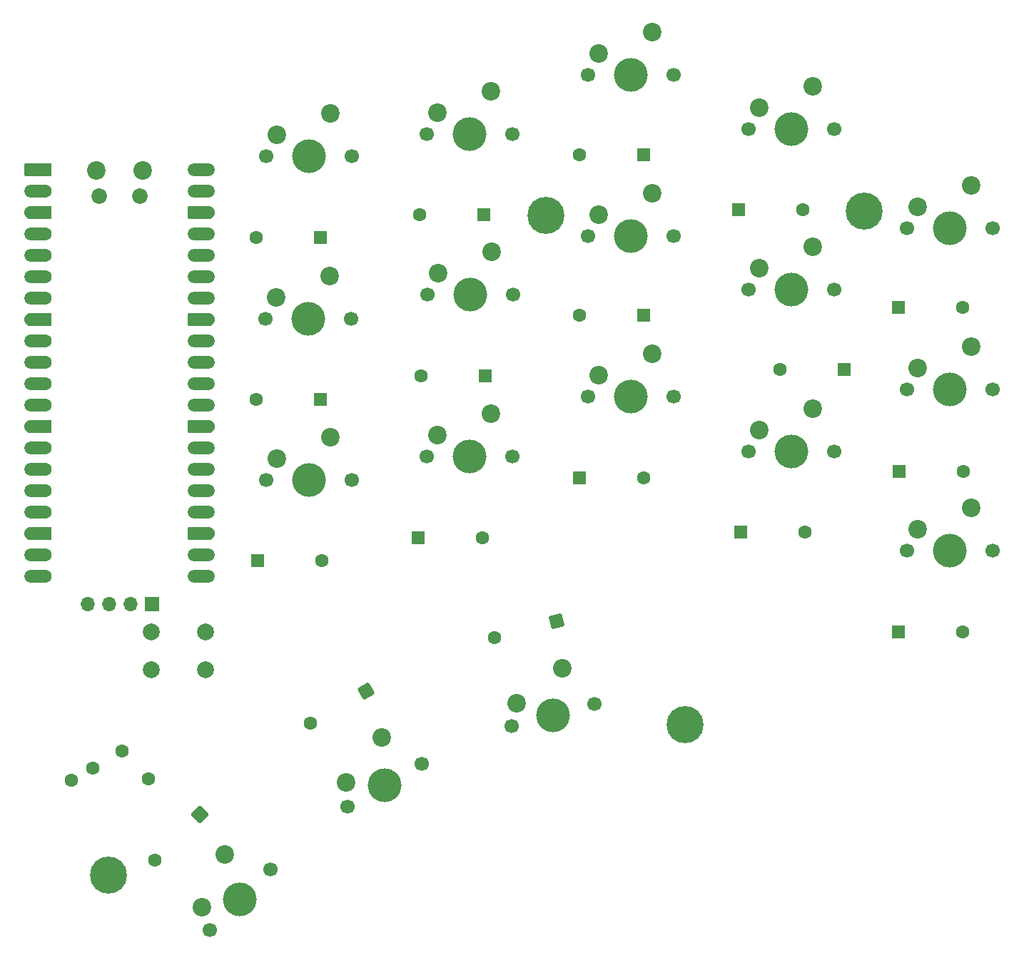
<source format=gbr>
%TF.GenerationSoftware,KiCad,Pcbnew,9.0.2-9.0.2-0~ubuntu24.04.1*%
%TF.CreationDate,2025-07-03T20:15:33-04:00*%
%TF.ProjectId,custom_Hackboard,63757374-6f6d-45f4-9861-636b626f6172,rev?*%
%TF.SameCoordinates,Original*%
%TF.FileFunction,Soldermask,Top*%
%TF.FilePolarity,Negative*%
%FSLAX46Y46*%
G04 Gerber Fmt 4.6, Leading zero omitted, Abs format (unit mm)*
G04 Created by KiCad (PCBNEW 9.0.2-9.0.2-0~ubuntu24.04.1) date 2025-07-03 20:15:33*
%MOMM*%
%LPD*%
G01*
G04 APERTURE LIST*
G04 Aperture macros list*
%AMRoundRect*
0 Rectangle with rounded corners*
0 $1 Rounding radius*
0 $2 $3 $4 $5 $6 $7 $8 $9 X,Y pos of 4 corners*
0 Add a 4 corners polygon primitive as box body*
4,1,4,$2,$3,$4,$5,$6,$7,$8,$9,$2,$3,0*
0 Add four circle primitives for the rounded corners*
1,1,$1+$1,$2,$3*
1,1,$1+$1,$4,$5*
1,1,$1+$1,$6,$7*
1,1,$1+$1,$8,$9*
0 Add four rect primitives between the rounded corners*
20,1,$1+$1,$2,$3,$4,$5,0*
20,1,$1+$1,$4,$5,$6,$7,0*
20,1,$1+$1,$6,$7,$8,$9,0*
20,1,$1+$1,$8,$9,$2,$3,0*%
%AMFreePoly0*
4,1,37,0.800000,0.796148,0.878414,0.796148,1.032228,0.765552,1.177117,0.705537,1.307515,0.618408,1.418408,0.507515,1.505537,0.377117,1.565552,0.232228,1.596148,0.078414,1.596148,-0.078414,1.565552,-0.232228,1.505537,-0.377117,1.418408,-0.507515,1.307515,-0.618408,1.177117,-0.705537,1.032228,-0.765552,0.878414,-0.796148,0.800000,-0.796148,0.800000,-0.800000,-1.400000,-0.800000,
-1.403843,-0.796157,-1.439018,-0.796157,-1.511114,-0.766294,-1.566294,-0.711114,-1.596157,-0.639018,-1.596157,-0.603843,-1.600000,-0.600000,-1.600000,0.600000,-1.596157,0.603843,-1.596157,0.639018,-1.566294,0.711114,-1.511114,0.766294,-1.439018,0.796157,-1.403843,0.796157,-1.400000,0.800000,0.800000,0.800000,0.800000,0.796148,0.800000,0.796148,$1*%
%AMFreePoly1*
4,1,37,1.403843,0.796157,1.439018,0.796157,1.511114,0.766294,1.566294,0.711114,1.596157,0.639018,1.596157,0.603843,1.600000,0.600000,1.600000,-0.600000,1.596157,-0.603843,1.596157,-0.639018,1.566294,-0.711114,1.511114,-0.766294,1.439018,-0.796157,1.403843,-0.796157,1.400000,-0.800000,-0.800000,-0.800000,-0.800000,-0.796148,-0.878414,-0.796148,-1.032228,-0.765552,-1.177117,-0.705537,
-1.307515,-0.618408,-1.418408,-0.507515,-1.505537,-0.377117,-1.565552,-0.232228,-1.596148,-0.078414,-1.596148,0.078414,-1.565552,0.232228,-1.505537,0.377117,-1.418408,0.507515,-1.307515,0.618408,-1.177117,0.705537,-1.032228,0.765552,-0.878414,0.796148,-0.800000,0.796148,-0.800000,0.800000,1.400000,0.800000,1.403843,0.796157,1.403843,0.796157,$1*%
%AMFreePoly2*
4,1,37,0.603843,0.796157,0.639018,0.796157,0.711114,0.766294,0.766294,0.711114,0.796157,0.639018,0.796157,0.603843,0.800000,0.600000,0.800000,-0.600000,0.796157,-0.603843,0.796157,-0.639018,0.766294,-0.711114,0.711114,-0.766294,0.639018,-0.796157,0.603843,-0.796157,0.600000,-0.800000,0.000000,-0.800000,0.000000,-0.796148,-0.078414,-0.796148,-0.232228,-0.765552,-0.377117,-0.705537,
-0.507515,-0.618408,-0.618408,-0.507515,-0.705537,-0.377117,-0.765552,-0.232228,-0.796148,-0.078414,-0.796148,0.078414,-0.765552,0.232228,-0.705537,0.377117,-0.618408,0.507515,-0.507515,0.618408,-0.377117,0.705537,-0.232228,0.765552,-0.078414,0.796148,0.000000,0.796148,0.000000,0.800000,0.600000,0.800000,0.603843,0.796157,0.603843,0.796157,$1*%
%AMFreePoly3*
4,1,37,0.000000,0.796148,0.078414,0.796148,0.232228,0.765552,0.377117,0.705537,0.507515,0.618408,0.618408,0.507515,0.705537,0.377117,0.765552,0.232228,0.796148,0.078414,0.796148,-0.078414,0.765552,-0.232228,0.705537,-0.377117,0.618408,-0.507515,0.507515,-0.618408,0.377117,-0.705537,0.232228,-0.765552,0.078414,-0.796148,0.000000,-0.796148,0.000000,-0.800000,-0.600000,-0.800000,
-0.603843,-0.796157,-0.639018,-0.796157,-0.711114,-0.766294,-0.766294,-0.711114,-0.796157,-0.639018,-0.796157,-0.603843,-0.800000,-0.600000,-0.800000,0.600000,-0.796157,0.603843,-0.796157,0.639018,-0.766294,0.711114,-0.711114,0.766294,-0.639018,0.796157,-0.603843,0.796157,-0.600000,0.800000,0.000000,0.800000,0.000000,0.796148,0.000000,0.796148,$1*%
G04 Aperture macros list end*
%ADD10C,1.700000*%
%ADD11C,4.000000*%
%ADD12C,2.200000*%
%ADD13C,1.600000*%
%ADD14C,2.000000*%
%ADD15C,1.850000*%
%ADD16FreePoly0,0.000000*%
%ADD17RoundRect,0.200000X-0.600000X-0.600000X0.600000X-0.600000X0.600000X0.600000X-0.600000X0.600000X0*%
%ADD18RoundRect,0.800000X-0.800000X-0.000010X0.800000X-0.000010X0.800000X0.000010X-0.800000X0.000010X0*%
%ADD19FreePoly1,0.000000*%
%ADD20FreePoly2,0.000000*%
%ADD21FreePoly3,0.000000*%
%ADD22R,1.700000X1.700000*%
%ADD23O,1.700000X1.700000*%
%ADD24RoundRect,0.250000X0.550000X0.550000X-0.550000X0.550000X-0.550000X-0.550000X0.550000X-0.550000X0*%
%ADD25RoundRect,0.250000X-0.550000X-0.550000X0.550000X-0.550000X0.550000X0.550000X-0.550000X0.550000X0*%
%ADD26RoundRect,0.250000X0.000000X0.777817X-0.777817X0.000000X0.000000X-0.777817X0.777817X0.000000X0*%
%ADD27RoundRect,0.250000X0.201314X0.751314X-0.751314X0.201314X-0.201314X-0.751314X0.751314X-0.201314X0*%
%ADD28RoundRect,0.250000X0.388909X0.673610X-0.673610X0.388909X-0.388909X-0.673610X0.673610X-0.388909X0*%
%ADD29C,4.400000*%
G04 APERTURE END LIST*
D10*
%TO.C,SW13*%
X471500000Y-298300000D03*
D11*
X476580000Y-298300000D03*
D10*
X481660000Y-298300000D03*
D12*
X479120000Y-293220000D03*
X472770000Y-295760000D03*
%TD*%
D10*
%TO.C,SW7*%
X471420000Y-279100000D03*
D11*
X476500000Y-279100000D03*
D10*
X481580000Y-279100000D03*
D12*
X479040000Y-274020000D03*
X472690000Y-276560000D03*
%TD*%
D10*
%TO.C,SW4*%
X528680000Y-256580000D03*
D11*
X533760000Y-256580000D03*
D10*
X538840000Y-256580000D03*
D12*
X536300000Y-251500000D03*
X529950000Y-254040000D03*
%TD*%
D10*
%TO.C,SW17*%
X547490000Y-306630000D03*
D11*
X552570000Y-306630000D03*
D10*
X557650000Y-306630000D03*
D12*
X555110000Y-301550000D03*
X548760000Y-304090000D03*
%TD*%
D10*
%TO.C,SW9*%
X509680000Y-269280000D03*
D11*
X514760000Y-269280000D03*
D10*
X519840000Y-269280000D03*
D12*
X517300000Y-264200000D03*
X510950000Y-266740000D03*
%TD*%
D13*
%TO.C,U3*%
X448353531Y-333939700D03*
X450951607Y-332439700D03*
X454415709Y-330439700D03*
X457481734Y-333750212D03*
%TD*%
D10*
%TO.C,SW3*%
X509660000Y-250190000D03*
D11*
X514740000Y-250190000D03*
D10*
X519820000Y-250190000D03*
D12*
X517280000Y-245110000D03*
X510930000Y-247650000D03*
%TD*%
D10*
%TO.C,SW15*%
X509690000Y-288330000D03*
D11*
X514770000Y-288330000D03*
D10*
X519850000Y-288330000D03*
D12*
X517310000Y-283250000D03*
X510960000Y-285790000D03*
%TD*%
D10*
%TO.C,SW14*%
X490550000Y-295500000D03*
D11*
X495630000Y-295500000D03*
D10*
X500710000Y-295500000D03*
D12*
X498170000Y-290420000D03*
X491820000Y-292960000D03*
%TD*%
D10*
%TO.C,SW6*%
X464777949Y-351682156D03*
D11*
X468370051Y-348090054D03*
D10*
X471962154Y-344497951D03*
D12*
X466574000Y-342701900D03*
X463879923Y-348988079D03*
%TD*%
D14*
%TO.C,Reset*%
X457820000Y-316320000D03*
X464320000Y-316320000D03*
X457820000Y-320820000D03*
X464320000Y-320820000D03*
%TD*%
D10*
%TO.C,SW2*%
X490560000Y-257190000D03*
D11*
X495640000Y-257190000D03*
D10*
X500720000Y-257190000D03*
D12*
X498180000Y-252110000D03*
X491830000Y-254650000D03*
%TD*%
D10*
%TO.C,SW11*%
X547490000Y-287520000D03*
D11*
X552570000Y-287520000D03*
D10*
X557650000Y-287520000D03*
D12*
X555110000Y-282440000D03*
X548760000Y-284980000D03*
%TD*%
%TO.C,A1*%
X451365000Y-261540000D03*
D15*
X451665000Y-264570000D03*
X456515000Y-264570000D03*
D12*
X456815000Y-261540000D03*
D16*
X444400000Y-261410000D03*
D17*
X445200000Y-261410000D03*
D18*
X444400000Y-263950000D03*
D13*
X445200000Y-263950000D03*
D19*
X444400000Y-266490000D03*
D20*
X445200000Y-266490000D03*
D18*
X444400000Y-269030000D03*
D13*
X445200000Y-269030000D03*
D18*
X444400000Y-271570000D03*
D13*
X445200000Y-271570000D03*
D18*
X444400000Y-274110000D03*
D13*
X445200000Y-274110000D03*
D18*
X444400000Y-276650000D03*
D13*
X445200000Y-276650000D03*
D19*
X444400000Y-279190000D03*
D20*
X445200000Y-279190000D03*
D18*
X444400000Y-281730000D03*
D13*
X445200000Y-281730000D03*
D18*
X444400000Y-284270000D03*
D13*
X445200000Y-284270000D03*
D18*
X444400000Y-286810000D03*
D13*
X445200000Y-286810000D03*
D18*
X444400000Y-289350000D03*
D13*
X445200000Y-289350000D03*
D19*
X444400000Y-291890000D03*
D20*
X445200000Y-291890000D03*
D18*
X444400000Y-294430000D03*
D13*
X445200000Y-294430000D03*
D18*
X444400000Y-296970000D03*
D13*
X445200000Y-296970000D03*
D18*
X444400000Y-299510000D03*
D13*
X445200000Y-299510000D03*
D18*
X444400000Y-302050000D03*
D13*
X445200000Y-302050000D03*
D19*
X444400000Y-304590000D03*
D20*
X445200000Y-304590000D03*
D18*
X444400000Y-307130000D03*
D13*
X445200000Y-307130000D03*
D18*
X444400000Y-309670000D03*
D13*
X445200000Y-309670000D03*
X462980000Y-309670000D03*
D18*
X463780000Y-309670000D03*
D13*
X462980000Y-307130000D03*
D18*
X463780000Y-307130000D03*
D21*
X462980000Y-304590000D03*
D16*
X463780000Y-304590000D03*
D13*
X462980000Y-302050000D03*
D18*
X463780000Y-302050000D03*
D13*
X462980000Y-299510000D03*
D18*
X463780000Y-299510000D03*
D13*
X462980000Y-296970000D03*
D18*
X463780000Y-296970000D03*
D13*
X462980000Y-294430000D03*
D18*
X463780000Y-294430000D03*
D21*
X462980000Y-291890000D03*
D16*
X463780000Y-291890000D03*
D13*
X462980000Y-289350000D03*
D18*
X463780000Y-289350000D03*
D13*
X462980000Y-286810000D03*
D18*
X463780000Y-286810000D03*
D13*
X462980000Y-284270000D03*
D18*
X463780000Y-284270000D03*
D13*
X462980000Y-281730000D03*
D18*
X463780000Y-281730000D03*
D21*
X462980000Y-279190000D03*
D16*
X463780000Y-279190000D03*
D13*
X462980000Y-276650000D03*
D18*
X463780000Y-276650000D03*
D13*
X462980000Y-274110000D03*
D18*
X463780000Y-274110000D03*
D13*
X462980000Y-271570000D03*
D18*
X463780000Y-271570000D03*
D13*
X462980000Y-269030000D03*
D18*
X463780000Y-269030000D03*
D21*
X462980000Y-266490000D03*
D16*
X463780000Y-266490000D03*
D13*
X462980000Y-263950000D03*
D18*
X463780000Y-263950000D03*
D13*
X462980000Y-261410000D03*
D18*
X463780000Y-261410000D03*
%TD*%
D10*
%TO.C,SW1*%
X471470000Y-259800000D03*
D11*
X476550000Y-259800000D03*
D10*
X481630000Y-259800000D03*
D12*
X479090000Y-254720000D03*
X472740000Y-257260000D03*
%TD*%
D10*
%TO.C,SW5*%
X547500000Y-268380000D03*
D11*
X552580000Y-268380000D03*
D10*
X557660000Y-268380000D03*
D12*
X555120000Y-263300000D03*
X548770000Y-265840000D03*
%TD*%
D22*
%TO.C,J1*%
X457920000Y-312960000D03*
D23*
X455380000Y-312960000D03*
X452840000Y-312960000D03*
X450300000Y-312960000D03*
%TD*%
D10*
%TO.C,SW18*%
X500603146Y-327514804D03*
D11*
X505510049Y-326200004D03*
D10*
X510416952Y-324885203D03*
D12*
X506648700Y-320635700D03*
X501172471Y-324732653D03*
%TD*%
D10*
%TO.C,SW10*%
X528720000Y-275640000D03*
D11*
X533800000Y-275640000D03*
D10*
X538880000Y-275640000D03*
D12*
X536340000Y-270560000D03*
X529990000Y-273100000D03*
%TD*%
D10*
%TO.C,SW8*%
X490630000Y-276290000D03*
D11*
X495710000Y-276290000D03*
D10*
X500790000Y-276290000D03*
D12*
X498250000Y-271210000D03*
X491900000Y-273750000D03*
%TD*%
D10*
%TO.C,SW16*%
X528710000Y-294890000D03*
D11*
X533790000Y-294890000D03*
D10*
X538870000Y-294890000D03*
D12*
X536330000Y-289810000D03*
X529980000Y-292350000D03*
%TD*%
D10*
%TO.C,SW12*%
X481180586Y-337040009D03*
D11*
X485579995Y-334500009D03*
D10*
X489979405Y-331960009D03*
D12*
X485239700Y-328830600D03*
X481010439Y-334205305D03*
%TD*%
D24*
%TO.C,D11*%
X497510000Y-285890000D03*
D13*
X489890000Y-285890000D03*
%TD*%
D24*
%TO.C,D10*%
X516290000Y-278730000D03*
D13*
X508670000Y-278730000D03*
%TD*%
D25*
%TO.C,D16*%
X527750000Y-304440000D03*
D13*
X535370000Y-304440000D03*
%TD*%
D25*
%TO.C,D4*%
X527540000Y-266150000D03*
D13*
X535160000Y-266150000D03*
%TD*%
D25*
%TO.C,D8*%
X546590000Y-297210000D03*
D13*
X554210000Y-297210000D03*
%TD*%
D25*
%TO.C,D15*%
X508620000Y-297990000D03*
D13*
X516240000Y-297990000D03*
%TD*%
D25*
%TO.C,D14*%
X489520000Y-305150000D03*
D13*
X497140000Y-305150000D03*
%TD*%
D26*
%TO.C,D6*%
X463630000Y-337990000D03*
D13*
X458241846Y-343378154D03*
%TD*%
D24*
%TO.C,D9*%
X540060000Y-285120000D03*
D13*
X532440000Y-285120000D03*
%TD*%
D25*
%TO.C,D5*%
X546500000Y-277790000D03*
D13*
X554120000Y-277790000D03*
%TD*%
D27*
%TO.C,D7*%
X483349100Y-323330000D03*
D13*
X476749986Y-327140000D03*
%TD*%
D24*
%TO.C,D1*%
X477910000Y-269460000D03*
D13*
X470290000Y-269460000D03*
%TD*%
D25*
%TO.C,D17*%
X546490000Y-316300000D03*
D13*
X554110000Y-316300000D03*
%TD*%
D28*
%TO.C,D18*%
X505970200Y-314993900D03*
D13*
X498609845Y-316966101D03*
%TD*%
D24*
%TO.C,D3*%
X516310000Y-259660000D03*
D13*
X508690000Y-259660000D03*
%TD*%
D25*
%TO.C,D13*%
X470470000Y-307860000D03*
D13*
X478090000Y-307860000D03*
%TD*%
D24*
%TO.C,D12*%
X477940000Y-288670000D03*
D13*
X470320000Y-288670000D03*
%TD*%
D24*
%TO.C,D2*%
X497320000Y-266760000D03*
D13*
X489700000Y-266760000D03*
%TD*%
D29*
%TO.C,*%
X521190000Y-327330000D03*
%TD*%
%TO.C,*%
X542470000Y-266310000D03*
%TD*%
%TO.C,*%
X504680000Y-266860000D03*
%TD*%
%TO.C,*%
X452740000Y-345170000D03*
%TD*%
M02*

</source>
